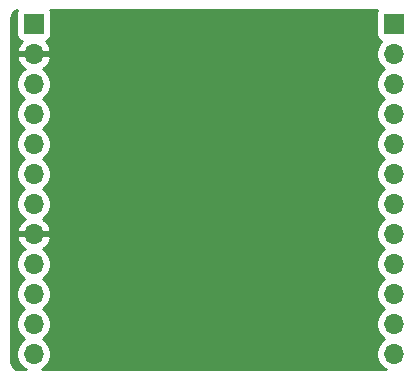
<source format=gbr>
%TF.GenerationSoftware,KiCad,Pcbnew,(5.1.12)-1*%
%TF.CreationDate,2022-06-22T11:17:58+02:00*%
%TF.ProjectId,ai-thinker-vc01,61692d74-6869-46e6-9b65-722d76633031,rev?*%
%TF.SameCoordinates,Original*%
%TF.FileFunction,Copper,L2,Bot*%
%TF.FilePolarity,Positive*%
%FSLAX46Y46*%
G04 Gerber Fmt 4.6, Leading zero omitted, Abs format (unit mm)*
G04 Created by KiCad (PCBNEW (5.1.12)-1) date 2022-06-22 11:17:58*
%MOMM*%
%LPD*%
G01*
G04 APERTURE LIST*
%TA.AperFunction,ComponentPad*%
%ADD10O,1.700000X1.700000*%
%TD*%
%TA.AperFunction,ComponentPad*%
%ADD11R,1.700000X1.700000*%
%TD*%
%TA.AperFunction,Conductor*%
%ADD12C,0.254000*%
%TD*%
%TA.AperFunction,Conductor*%
%ADD13C,0.100000*%
%TD*%
G04 APERTURE END LIST*
D10*
%TO.P,J2,12*%
%TO.N,Net-(J2-Pad12)*%
X149860000Y-104695001D03*
%TO.P,J2,11*%
%TO.N,Net-(J2-Pad11)*%
X149860000Y-102155001D03*
%TO.P,J2,10*%
%TO.N,Net-(J2-Pad10)*%
X149860000Y-99615001D03*
%TO.P,J2,9*%
%TO.N,Net-(J2-Pad9)*%
X149860000Y-97075001D03*
%TO.P,J2,8*%
%TO.N,Net-(J2-Pad8)*%
X149860000Y-94535001D03*
%TO.P,J2,7*%
%TO.N,Net-(J2-Pad7)*%
X149860000Y-91995001D03*
%TO.P,J2,6*%
%TO.N,Net-(J2-Pad6)*%
X149860000Y-89455001D03*
%TO.P,J2,5*%
%TO.N,Net-(J2-Pad5)*%
X149860000Y-86915001D03*
%TO.P,J2,4*%
%TO.N,Net-(J2-Pad4)*%
X149860000Y-84375001D03*
%TO.P,J2,3*%
%TO.N,Net-(J2-Pad3)*%
X149860000Y-81835001D03*
%TO.P,J2,2*%
%TO.N,Net-(J2-Pad2)*%
X149860000Y-79295001D03*
D11*
%TO.P,J2,1*%
%TO.N,Net-(J2-Pad1)*%
X149860000Y-76755001D03*
%TD*%
%TO.P,J1,1*%
%TO.N,Net-(J1-Pad1)*%
X119380000Y-76755001D03*
D10*
%TO.P,J1,2*%
%TO.N,GND*%
X119380000Y-79295001D03*
%TO.P,J1,3*%
%TO.N,Net-(J1-Pad3)*%
X119380000Y-81835001D03*
%TO.P,J1,4*%
%TO.N,Net-(J1-Pad4)*%
X119380000Y-84375001D03*
%TO.P,J1,5*%
%TO.N,Net-(J1-Pad5)*%
X119380000Y-86915001D03*
%TO.P,J1,6*%
%TO.N,Net-(J1-Pad6)*%
X119380000Y-89455001D03*
%TO.P,J1,7*%
%TO.N,Net-(J1-Pad7)*%
X119380000Y-91995001D03*
%TO.P,J1,8*%
%TO.N,GND*%
X119380000Y-94535001D03*
%TO.P,J1,9*%
%TO.N,Net-(J1-Pad9)*%
X119380000Y-97075001D03*
%TO.P,J1,10*%
%TO.N,Net-(J1-Pad10)*%
X119380000Y-99615001D03*
%TO.P,J1,11*%
%TO.N,Net-(J1-Pad11)*%
X119380000Y-102155001D03*
%TO.P,J1,12*%
%TO.N,Net-(J1-Pad12)*%
X119380000Y-104695001D03*
%TD*%
D12*
%TO.N,GND*%
X148420498Y-75660821D02*
X148384188Y-75780519D01*
X148371928Y-75905001D01*
X148371928Y-77605001D01*
X148384188Y-77729483D01*
X148420498Y-77849181D01*
X148479463Y-77959495D01*
X148558815Y-78056186D01*
X148655506Y-78135538D01*
X148765820Y-78194503D01*
X148838380Y-78216514D01*
X148706525Y-78348369D01*
X148544010Y-78591590D01*
X148432068Y-78861843D01*
X148375000Y-79148741D01*
X148375000Y-79441261D01*
X148432068Y-79728159D01*
X148544010Y-79998412D01*
X148706525Y-80241633D01*
X148913368Y-80448476D01*
X149087760Y-80565001D01*
X148913368Y-80681526D01*
X148706525Y-80888369D01*
X148544010Y-81131590D01*
X148432068Y-81401843D01*
X148375000Y-81688741D01*
X148375000Y-81981261D01*
X148432068Y-82268159D01*
X148544010Y-82538412D01*
X148706525Y-82781633D01*
X148913368Y-82988476D01*
X149087760Y-83105001D01*
X148913368Y-83221526D01*
X148706525Y-83428369D01*
X148544010Y-83671590D01*
X148432068Y-83941843D01*
X148375000Y-84228741D01*
X148375000Y-84521261D01*
X148432068Y-84808159D01*
X148544010Y-85078412D01*
X148706525Y-85321633D01*
X148913368Y-85528476D01*
X149087760Y-85645001D01*
X148913368Y-85761526D01*
X148706525Y-85968369D01*
X148544010Y-86211590D01*
X148432068Y-86481843D01*
X148375000Y-86768741D01*
X148375000Y-87061261D01*
X148432068Y-87348159D01*
X148544010Y-87618412D01*
X148706525Y-87861633D01*
X148913368Y-88068476D01*
X149087760Y-88185001D01*
X148913368Y-88301526D01*
X148706525Y-88508369D01*
X148544010Y-88751590D01*
X148432068Y-89021843D01*
X148375000Y-89308741D01*
X148375000Y-89601261D01*
X148432068Y-89888159D01*
X148544010Y-90158412D01*
X148706525Y-90401633D01*
X148913368Y-90608476D01*
X149087760Y-90725001D01*
X148913368Y-90841526D01*
X148706525Y-91048369D01*
X148544010Y-91291590D01*
X148432068Y-91561843D01*
X148375000Y-91848741D01*
X148375000Y-92141261D01*
X148432068Y-92428159D01*
X148544010Y-92698412D01*
X148706525Y-92941633D01*
X148913368Y-93148476D01*
X149087760Y-93265001D01*
X148913368Y-93381526D01*
X148706525Y-93588369D01*
X148544010Y-93831590D01*
X148432068Y-94101843D01*
X148375000Y-94388741D01*
X148375000Y-94681261D01*
X148432068Y-94968159D01*
X148544010Y-95238412D01*
X148706525Y-95481633D01*
X148913368Y-95688476D01*
X149087760Y-95805001D01*
X148913368Y-95921526D01*
X148706525Y-96128369D01*
X148544010Y-96371590D01*
X148432068Y-96641843D01*
X148375000Y-96928741D01*
X148375000Y-97221261D01*
X148432068Y-97508159D01*
X148544010Y-97778412D01*
X148706525Y-98021633D01*
X148913368Y-98228476D01*
X149087760Y-98345001D01*
X148913368Y-98461526D01*
X148706525Y-98668369D01*
X148544010Y-98911590D01*
X148432068Y-99181843D01*
X148375000Y-99468741D01*
X148375000Y-99761261D01*
X148432068Y-100048159D01*
X148544010Y-100318412D01*
X148706525Y-100561633D01*
X148913368Y-100768476D01*
X149087760Y-100885001D01*
X148913368Y-101001526D01*
X148706525Y-101208369D01*
X148544010Y-101451590D01*
X148432068Y-101721843D01*
X148375000Y-102008741D01*
X148375000Y-102301261D01*
X148432068Y-102588159D01*
X148544010Y-102858412D01*
X148706525Y-103101633D01*
X148913368Y-103308476D01*
X149087760Y-103425001D01*
X148913368Y-103541526D01*
X148706525Y-103748369D01*
X148544010Y-103991590D01*
X148432068Y-104261843D01*
X148375000Y-104548741D01*
X148375000Y-104841261D01*
X148432068Y-105128159D01*
X148544010Y-105398412D01*
X148706525Y-105641633D01*
X148913368Y-105848476D01*
X149156589Y-106010991D01*
X149178339Y-106020000D01*
X120061661Y-106020000D01*
X120083411Y-106010991D01*
X120326632Y-105848476D01*
X120533475Y-105641633D01*
X120695990Y-105398412D01*
X120807932Y-105128159D01*
X120865000Y-104841261D01*
X120865000Y-104548741D01*
X120807932Y-104261843D01*
X120695990Y-103991590D01*
X120533475Y-103748369D01*
X120326632Y-103541526D01*
X120152240Y-103425001D01*
X120326632Y-103308476D01*
X120533475Y-103101633D01*
X120695990Y-102858412D01*
X120807932Y-102588159D01*
X120865000Y-102301261D01*
X120865000Y-102008741D01*
X120807932Y-101721843D01*
X120695990Y-101451590D01*
X120533475Y-101208369D01*
X120326632Y-101001526D01*
X120152240Y-100885001D01*
X120326632Y-100768476D01*
X120533475Y-100561633D01*
X120695990Y-100318412D01*
X120807932Y-100048159D01*
X120865000Y-99761261D01*
X120865000Y-99468741D01*
X120807932Y-99181843D01*
X120695990Y-98911590D01*
X120533475Y-98668369D01*
X120326632Y-98461526D01*
X120152240Y-98345001D01*
X120326632Y-98228476D01*
X120533475Y-98021633D01*
X120695990Y-97778412D01*
X120807932Y-97508159D01*
X120865000Y-97221261D01*
X120865000Y-96928741D01*
X120807932Y-96641843D01*
X120695990Y-96371590D01*
X120533475Y-96128369D01*
X120326632Y-95921526D01*
X120144466Y-95799806D01*
X120261355Y-95730179D01*
X120477588Y-95535270D01*
X120651641Y-95301921D01*
X120776825Y-95039100D01*
X120821476Y-94891891D01*
X120700155Y-94662001D01*
X119507000Y-94662001D01*
X119507000Y-94682001D01*
X119253000Y-94682001D01*
X119253000Y-94662001D01*
X118059845Y-94662001D01*
X117938524Y-94891891D01*
X117983175Y-95039100D01*
X118108359Y-95301921D01*
X118282412Y-95535270D01*
X118498645Y-95730179D01*
X118615534Y-95799806D01*
X118433368Y-95921526D01*
X118226525Y-96128369D01*
X118064010Y-96371590D01*
X117952068Y-96641843D01*
X117895000Y-96928741D01*
X117895000Y-97221261D01*
X117952068Y-97508159D01*
X118064010Y-97778412D01*
X118226525Y-98021633D01*
X118433368Y-98228476D01*
X118607760Y-98345001D01*
X118433368Y-98461526D01*
X118226525Y-98668369D01*
X118064010Y-98911590D01*
X117952068Y-99181843D01*
X117895000Y-99468741D01*
X117895000Y-99761261D01*
X117952068Y-100048159D01*
X118064010Y-100318412D01*
X118226525Y-100561633D01*
X118433368Y-100768476D01*
X118607760Y-100885001D01*
X118433368Y-101001526D01*
X118226525Y-101208369D01*
X118064010Y-101451590D01*
X117952068Y-101721843D01*
X117895000Y-102008741D01*
X117895000Y-102301261D01*
X117952068Y-102588159D01*
X118064010Y-102858412D01*
X118226525Y-103101633D01*
X118433368Y-103308476D01*
X118607760Y-103425001D01*
X118433368Y-103541526D01*
X118226525Y-103748369D01*
X118064010Y-103991590D01*
X117952068Y-104261843D01*
X117895000Y-104548741D01*
X117895000Y-104841261D01*
X117952068Y-105128159D01*
X118064010Y-105398412D01*
X118226525Y-105641633D01*
X118433368Y-105848476D01*
X118676589Y-106010991D01*
X118698339Y-106020000D01*
X118142279Y-106020000D01*
X117992131Y-106005278D01*
X117878754Y-105971047D01*
X117774183Y-105915446D01*
X117682405Y-105840594D01*
X117606909Y-105749335D01*
X117550581Y-105645160D01*
X117515560Y-105532024D01*
X117500000Y-105383979D01*
X117500000Y-81688741D01*
X117895000Y-81688741D01*
X117895000Y-81981261D01*
X117952068Y-82268159D01*
X118064010Y-82538412D01*
X118226525Y-82781633D01*
X118433368Y-82988476D01*
X118607760Y-83105001D01*
X118433368Y-83221526D01*
X118226525Y-83428369D01*
X118064010Y-83671590D01*
X117952068Y-83941843D01*
X117895000Y-84228741D01*
X117895000Y-84521261D01*
X117952068Y-84808159D01*
X118064010Y-85078412D01*
X118226525Y-85321633D01*
X118433368Y-85528476D01*
X118607760Y-85645001D01*
X118433368Y-85761526D01*
X118226525Y-85968369D01*
X118064010Y-86211590D01*
X117952068Y-86481843D01*
X117895000Y-86768741D01*
X117895000Y-87061261D01*
X117952068Y-87348159D01*
X118064010Y-87618412D01*
X118226525Y-87861633D01*
X118433368Y-88068476D01*
X118607760Y-88185001D01*
X118433368Y-88301526D01*
X118226525Y-88508369D01*
X118064010Y-88751590D01*
X117952068Y-89021843D01*
X117895000Y-89308741D01*
X117895000Y-89601261D01*
X117952068Y-89888159D01*
X118064010Y-90158412D01*
X118226525Y-90401633D01*
X118433368Y-90608476D01*
X118607760Y-90725001D01*
X118433368Y-90841526D01*
X118226525Y-91048369D01*
X118064010Y-91291590D01*
X117952068Y-91561843D01*
X117895000Y-91848741D01*
X117895000Y-92141261D01*
X117952068Y-92428159D01*
X118064010Y-92698412D01*
X118226525Y-92941633D01*
X118433368Y-93148476D01*
X118615534Y-93270196D01*
X118498645Y-93339823D01*
X118282412Y-93534732D01*
X118108359Y-93768081D01*
X117983175Y-94030902D01*
X117938524Y-94178111D01*
X118059845Y-94408001D01*
X119253000Y-94408001D01*
X119253000Y-94388001D01*
X119507000Y-94388001D01*
X119507000Y-94408001D01*
X120700155Y-94408001D01*
X120821476Y-94178111D01*
X120776825Y-94030902D01*
X120651641Y-93768081D01*
X120477588Y-93534732D01*
X120261355Y-93339823D01*
X120144466Y-93270196D01*
X120326632Y-93148476D01*
X120533475Y-92941633D01*
X120695990Y-92698412D01*
X120807932Y-92428159D01*
X120865000Y-92141261D01*
X120865000Y-91848741D01*
X120807932Y-91561843D01*
X120695990Y-91291590D01*
X120533475Y-91048369D01*
X120326632Y-90841526D01*
X120152240Y-90725001D01*
X120326632Y-90608476D01*
X120533475Y-90401633D01*
X120695990Y-90158412D01*
X120807932Y-89888159D01*
X120865000Y-89601261D01*
X120865000Y-89308741D01*
X120807932Y-89021843D01*
X120695990Y-88751590D01*
X120533475Y-88508369D01*
X120326632Y-88301526D01*
X120152240Y-88185001D01*
X120326632Y-88068476D01*
X120533475Y-87861633D01*
X120695990Y-87618412D01*
X120807932Y-87348159D01*
X120865000Y-87061261D01*
X120865000Y-86768741D01*
X120807932Y-86481843D01*
X120695990Y-86211590D01*
X120533475Y-85968369D01*
X120326632Y-85761526D01*
X120152240Y-85645001D01*
X120326632Y-85528476D01*
X120533475Y-85321633D01*
X120695990Y-85078412D01*
X120807932Y-84808159D01*
X120865000Y-84521261D01*
X120865000Y-84228741D01*
X120807932Y-83941843D01*
X120695990Y-83671590D01*
X120533475Y-83428369D01*
X120326632Y-83221526D01*
X120152240Y-83105001D01*
X120326632Y-82988476D01*
X120533475Y-82781633D01*
X120695990Y-82538412D01*
X120807932Y-82268159D01*
X120865000Y-81981261D01*
X120865000Y-81688741D01*
X120807932Y-81401843D01*
X120695990Y-81131590D01*
X120533475Y-80888369D01*
X120326632Y-80681526D01*
X120144466Y-80559806D01*
X120261355Y-80490179D01*
X120477588Y-80295270D01*
X120651641Y-80061921D01*
X120776825Y-79799100D01*
X120821476Y-79651891D01*
X120700155Y-79422001D01*
X119507000Y-79422001D01*
X119507000Y-79442001D01*
X119253000Y-79442001D01*
X119253000Y-79422001D01*
X118059845Y-79422001D01*
X117938524Y-79651891D01*
X117983175Y-79799100D01*
X118108359Y-80061921D01*
X118282412Y-80295270D01*
X118498645Y-80490179D01*
X118615534Y-80559806D01*
X118433368Y-80681526D01*
X118226525Y-80888369D01*
X118064010Y-81131590D01*
X117952068Y-81401843D01*
X117895000Y-81688741D01*
X117500000Y-81688741D01*
X117500000Y-76232279D01*
X117514722Y-76082131D01*
X117548953Y-75968754D01*
X117604555Y-75864181D01*
X117679407Y-75772404D01*
X117770664Y-75696909D01*
X117874844Y-75640581D01*
X117966479Y-75612214D01*
X117940498Y-75660821D01*
X117904188Y-75780519D01*
X117891928Y-75905001D01*
X117891928Y-77605001D01*
X117904188Y-77729483D01*
X117940498Y-77849181D01*
X117999463Y-77959495D01*
X118078815Y-78056186D01*
X118175506Y-78135538D01*
X118285820Y-78194503D01*
X118366466Y-78218967D01*
X118282412Y-78294732D01*
X118108359Y-78528081D01*
X117983175Y-78790902D01*
X117938524Y-78938111D01*
X118059845Y-79168001D01*
X119253000Y-79168001D01*
X119253000Y-79148001D01*
X119507000Y-79148001D01*
X119507000Y-79168001D01*
X120700155Y-79168001D01*
X120821476Y-78938111D01*
X120776825Y-78790902D01*
X120651641Y-78528081D01*
X120477588Y-78294732D01*
X120393534Y-78218967D01*
X120474180Y-78194503D01*
X120584494Y-78135538D01*
X120681185Y-78056186D01*
X120760537Y-77959495D01*
X120819502Y-77849181D01*
X120855812Y-77729483D01*
X120868072Y-77605001D01*
X120868072Y-75905001D01*
X120855812Y-75780519D01*
X120819502Y-75660821D01*
X120781647Y-75590000D01*
X148458353Y-75590000D01*
X148420498Y-75660821D01*
%TA.AperFunction,Conductor*%
D13*
G36*
X148420498Y-75660821D02*
G01*
X148384188Y-75780519D01*
X148371928Y-75905001D01*
X148371928Y-77605001D01*
X148384188Y-77729483D01*
X148420498Y-77849181D01*
X148479463Y-77959495D01*
X148558815Y-78056186D01*
X148655506Y-78135538D01*
X148765820Y-78194503D01*
X148838380Y-78216514D01*
X148706525Y-78348369D01*
X148544010Y-78591590D01*
X148432068Y-78861843D01*
X148375000Y-79148741D01*
X148375000Y-79441261D01*
X148432068Y-79728159D01*
X148544010Y-79998412D01*
X148706525Y-80241633D01*
X148913368Y-80448476D01*
X149087760Y-80565001D01*
X148913368Y-80681526D01*
X148706525Y-80888369D01*
X148544010Y-81131590D01*
X148432068Y-81401843D01*
X148375000Y-81688741D01*
X148375000Y-81981261D01*
X148432068Y-82268159D01*
X148544010Y-82538412D01*
X148706525Y-82781633D01*
X148913368Y-82988476D01*
X149087760Y-83105001D01*
X148913368Y-83221526D01*
X148706525Y-83428369D01*
X148544010Y-83671590D01*
X148432068Y-83941843D01*
X148375000Y-84228741D01*
X148375000Y-84521261D01*
X148432068Y-84808159D01*
X148544010Y-85078412D01*
X148706525Y-85321633D01*
X148913368Y-85528476D01*
X149087760Y-85645001D01*
X148913368Y-85761526D01*
X148706525Y-85968369D01*
X148544010Y-86211590D01*
X148432068Y-86481843D01*
X148375000Y-86768741D01*
X148375000Y-87061261D01*
X148432068Y-87348159D01*
X148544010Y-87618412D01*
X148706525Y-87861633D01*
X148913368Y-88068476D01*
X149087760Y-88185001D01*
X148913368Y-88301526D01*
X148706525Y-88508369D01*
X148544010Y-88751590D01*
X148432068Y-89021843D01*
X148375000Y-89308741D01*
X148375000Y-89601261D01*
X148432068Y-89888159D01*
X148544010Y-90158412D01*
X148706525Y-90401633D01*
X148913368Y-90608476D01*
X149087760Y-90725001D01*
X148913368Y-90841526D01*
X148706525Y-91048369D01*
X148544010Y-91291590D01*
X148432068Y-91561843D01*
X148375000Y-91848741D01*
X148375000Y-92141261D01*
X148432068Y-92428159D01*
X148544010Y-92698412D01*
X148706525Y-92941633D01*
X148913368Y-93148476D01*
X149087760Y-93265001D01*
X148913368Y-93381526D01*
X148706525Y-93588369D01*
X148544010Y-93831590D01*
X148432068Y-94101843D01*
X148375000Y-94388741D01*
X148375000Y-94681261D01*
X148432068Y-94968159D01*
X148544010Y-95238412D01*
X148706525Y-95481633D01*
X148913368Y-95688476D01*
X149087760Y-95805001D01*
X148913368Y-95921526D01*
X148706525Y-96128369D01*
X148544010Y-96371590D01*
X148432068Y-96641843D01*
X148375000Y-96928741D01*
X148375000Y-97221261D01*
X148432068Y-97508159D01*
X148544010Y-97778412D01*
X148706525Y-98021633D01*
X148913368Y-98228476D01*
X149087760Y-98345001D01*
X148913368Y-98461526D01*
X148706525Y-98668369D01*
X148544010Y-98911590D01*
X148432068Y-99181843D01*
X148375000Y-99468741D01*
X148375000Y-99761261D01*
X148432068Y-100048159D01*
X148544010Y-100318412D01*
X148706525Y-100561633D01*
X148913368Y-100768476D01*
X149087760Y-100885001D01*
X148913368Y-101001526D01*
X148706525Y-101208369D01*
X148544010Y-101451590D01*
X148432068Y-101721843D01*
X148375000Y-102008741D01*
X148375000Y-102301261D01*
X148432068Y-102588159D01*
X148544010Y-102858412D01*
X148706525Y-103101633D01*
X148913368Y-103308476D01*
X149087760Y-103425001D01*
X148913368Y-103541526D01*
X148706525Y-103748369D01*
X148544010Y-103991590D01*
X148432068Y-104261843D01*
X148375000Y-104548741D01*
X148375000Y-104841261D01*
X148432068Y-105128159D01*
X148544010Y-105398412D01*
X148706525Y-105641633D01*
X148913368Y-105848476D01*
X149156589Y-106010991D01*
X149178339Y-106020000D01*
X120061661Y-106020000D01*
X120083411Y-106010991D01*
X120326632Y-105848476D01*
X120533475Y-105641633D01*
X120695990Y-105398412D01*
X120807932Y-105128159D01*
X120865000Y-104841261D01*
X120865000Y-104548741D01*
X120807932Y-104261843D01*
X120695990Y-103991590D01*
X120533475Y-103748369D01*
X120326632Y-103541526D01*
X120152240Y-103425001D01*
X120326632Y-103308476D01*
X120533475Y-103101633D01*
X120695990Y-102858412D01*
X120807932Y-102588159D01*
X120865000Y-102301261D01*
X120865000Y-102008741D01*
X120807932Y-101721843D01*
X120695990Y-101451590D01*
X120533475Y-101208369D01*
X120326632Y-101001526D01*
X120152240Y-100885001D01*
X120326632Y-100768476D01*
X120533475Y-100561633D01*
X120695990Y-100318412D01*
X120807932Y-100048159D01*
X120865000Y-99761261D01*
X120865000Y-99468741D01*
X120807932Y-99181843D01*
X120695990Y-98911590D01*
X120533475Y-98668369D01*
X120326632Y-98461526D01*
X120152240Y-98345001D01*
X120326632Y-98228476D01*
X120533475Y-98021633D01*
X120695990Y-97778412D01*
X120807932Y-97508159D01*
X120865000Y-97221261D01*
X120865000Y-96928741D01*
X120807932Y-96641843D01*
X120695990Y-96371590D01*
X120533475Y-96128369D01*
X120326632Y-95921526D01*
X120144466Y-95799806D01*
X120261355Y-95730179D01*
X120477588Y-95535270D01*
X120651641Y-95301921D01*
X120776825Y-95039100D01*
X120821476Y-94891891D01*
X120700155Y-94662001D01*
X119507000Y-94662001D01*
X119507000Y-94682001D01*
X119253000Y-94682001D01*
X119253000Y-94662001D01*
X118059845Y-94662001D01*
X117938524Y-94891891D01*
X117983175Y-95039100D01*
X118108359Y-95301921D01*
X118282412Y-95535270D01*
X118498645Y-95730179D01*
X118615534Y-95799806D01*
X118433368Y-95921526D01*
X118226525Y-96128369D01*
X118064010Y-96371590D01*
X117952068Y-96641843D01*
X117895000Y-96928741D01*
X117895000Y-97221261D01*
X117952068Y-97508159D01*
X118064010Y-97778412D01*
X118226525Y-98021633D01*
X118433368Y-98228476D01*
X118607760Y-98345001D01*
X118433368Y-98461526D01*
X118226525Y-98668369D01*
X118064010Y-98911590D01*
X117952068Y-99181843D01*
X117895000Y-99468741D01*
X117895000Y-99761261D01*
X117952068Y-100048159D01*
X118064010Y-100318412D01*
X118226525Y-100561633D01*
X118433368Y-100768476D01*
X118607760Y-100885001D01*
X118433368Y-101001526D01*
X118226525Y-101208369D01*
X118064010Y-101451590D01*
X117952068Y-101721843D01*
X117895000Y-102008741D01*
X117895000Y-102301261D01*
X117952068Y-102588159D01*
X118064010Y-102858412D01*
X118226525Y-103101633D01*
X118433368Y-103308476D01*
X118607760Y-103425001D01*
X118433368Y-103541526D01*
X118226525Y-103748369D01*
X118064010Y-103991590D01*
X117952068Y-104261843D01*
X117895000Y-104548741D01*
X117895000Y-104841261D01*
X117952068Y-105128159D01*
X118064010Y-105398412D01*
X118226525Y-105641633D01*
X118433368Y-105848476D01*
X118676589Y-106010991D01*
X118698339Y-106020000D01*
X118142279Y-106020000D01*
X117992131Y-106005278D01*
X117878754Y-105971047D01*
X117774183Y-105915446D01*
X117682405Y-105840594D01*
X117606909Y-105749335D01*
X117550581Y-105645160D01*
X117515560Y-105532024D01*
X117500000Y-105383979D01*
X117500000Y-81688741D01*
X117895000Y-81688741D01*
X117895000Y-81981261D01*
X117952068Y-82268159D01*
X118064010Y-82538412D01*
X118226525Y-82781633D01*
X118433368Y-82988476D01*
X118607760Y-83105001D01*
X118433368Y-83221526D01*
X118226525Y-83428369D01*
X118064010Y-83671590D01*
X117952068Y-83941843D01*
X117895000Y-84228741D01*
X117895000Y-84521261D01*
X117952068Y-84808159D01*
X118064010Y-85078412D01*
X118226525Y-85321633D01*
X118433368Y-85528476D01*
X118607760Y-85645001D01*
X118433368Y-85761526D01*
X118226525Y-85968369D01*
X118064010Y-86211590D01*
X117952068Y-86481843D01*
X117895000Y-86768741D01*
X117895000Y-87061261D01*
X117952068Y-87348159D01*
X118064010Y-87618412D01*
X118226525Y-87861633D01*
X118433368Y-88068476D01*
X118607760Y-88185001D01*
X118433368Y-88301526D01*
X118226525Y-88508369D01*
X118064010Y-88751590D01*
X117952068Y-89021843D01*
X117895000Y-89308741D01*
X117895000Y-89601261D01*
X117952068Y-89888159D01*
X118064010Y-90158412D01*
X118226525Y-90401633D01*
X118433368Y-90608476D01*
X118607760Y-90725001D01*
X118433368Y-90841526D01*
X118226525Y-91048369D01*
X118064010Y-91291590D01*
X117952068Y-91561843D01*
X117895000Y-91848741D01*
X117895000Y-92141261D01*
X117952068Y-92428159D01*
X118064010Y-92698412D01*
X118226525Y-92941633D01*
X118433368Y-93148476D01*
X118615534Y-93270196D01*
X118498645Y-93339823D01*
X118282412Y-93534732D01*
X118108359Y-93768081D01*
X117983175Y-94030902D01*
X117938524Y-94178111D01*
X118059845Y-94408001D01*
X119253000Y-94408001D01*
X119253000Y-94388001D01*
X119507000Y-94388001D01*
X119507000Y-94408001D01*
X120700155Y-94408001D01*
X120821476Y-94178111D01*
X120776825Y-94030902D01*
X120651641Y-93768081D01*
X120477588Y-93534732D01*
X120261355Y-93339823D01*
X120144466Y-93270196D01*
X120326632Y-93148476D01*
X120533475Y-92941633D01*
X120695990Y-92698412D01*
X120807932Y-92428159D01*
X120865000Y-92141261D01*
X120865000Y-91848741D01*
X120807932Y-91561843D01*
X120695990Y-91291590D01*
X120533475Y-91048369D01*
X120326632Y-90841526D01*
X120152240Y-90725001D01*
X120326632Y-90608476D01*
X120533475Y-90401633D01*
X120695990Y-90158412D01*
X120807932Y-89888159D01*
X120865000Y-89601261D01*
X120865000Y-89308741D01*
X120807932Y-89021843D01*
X120695990Y-88751590D01*
X120533475Y-88508369D01*
X120326632Y-88301526D01*
X120152240Y-88185001D01*
X120326632Y-88068476D01*
X120533475Y-87861633D01*
X120695990Y-87618412D01*
X120807932Y-87348159D01*
X120865000Y-87061261D01*
X120865000Y-86768741D01*
X120807932Y-86481843D01*
X120695990Y-86211590D01*
X120533475Y-85968369D01*
X120326632Y-85761526D01*
X120152240Y-85645001D01*
X120326632Y-85528476D01*
X120533475Y-85321633D01*
X120695990Y-85078412D01*
X120807932Y-84808159D01*
X120865000Y-84521261D01*
X120865000Y-84228741D01*
X120807932Y-83941843D01*
X120695990Y-83671590D01*
X120533475Y-83428369D01*
X120326632Y-83221526D01*
X120152240Y-83105001D01*
X120326632Y-82988476D01*
X120533475Y-82781633D01*
X120695990Y-82538412D01*
X120807932Y-82268159D01*
X120865000Y-81981261D01*
X120865000Y-81688741D01*
X120807932Y-81401843D01*
X120695990Y-81131590D01*
X120533475Y-80888369D01*
X120326632Y-80681526D01*
X120144466Y-80559806D01*
X120261355Y-80490179D01*
X120477588Y-80295270D01*
X120651641Y-80061921D01*
X120776825Y-79799100D01*
X120821476Y-79651891D01*
X120700155Y-79422001D01*
X119507000Y-79422001D01*
X119507000Y-79442001D01*
X119253000Y-79442001D01*
X119253000Y-79422001D01*
X118059845Y-79422001D01*
X117938524Y-79651891D01*
X117983175Y-79799100D01*
X118108359Y-80061921D01*
X118282412Y-80295270D01*
X118498645Y-80490179D01*
X118615534Y-80559806D01*
X118433368Y-80681526D01*
X118226525Y-80888369D01*
X118064010Y-81131590D01*
X117952068Y-81401843D01*
X117895000Y-81688741D01*
X117500000Y-81688741D01*
X117500000Y-76232279D01*
X117514722Y-76082131D01*
X117548953Y-75968754D01*
X117604555Y-75864181D01*
X117679407Y-75772404D01*
X117770664Y-75696909D01*
X117874844Y-75640581D01*
X117966479Y-75612214D01*
X117940498Y-75660821D01*
X117904188Y-75780519D01*
X117891928Y-75905001D01*
X117891928Y-77605001D01*
X117904188Y-77729483D01*
X117940498Y-77849181D01*
X117999463Y-77959495D01*
X118078815Y-78056186D01*
X118175506Y-78135538D01*
X118285820Y-78194503D01*
X118366466Y-78218967D01*
X118282412Y-78294732D01*
X118108359Y-78528081D01*
X117983175Y-78790902D01*
X117938524Y-78938111D01*
X118059845Y-79168001D01*
X119253000Y-79168001D01*
X119253000Y-79148001D01*
X119507000Y-79148001D01*
X119507000Y-79168001D01*
X120700155Y-79168001D01*
X120821476Y-78938111D01*
X120776825Y-78790902D01*
X120651641Y-78528081D01*
X120477588Y-78294732D01*
X120393534Y-78218967D01*
X120474180Y-78194503D01*
X120584494Y-78135538D01*
X120681185Y-78056186D01*
X120760537Y-77959495D01*
X120819502Y-77849181D01*
X120855812Y-77729483D01*
X120868072Y-77605001D01*
X120868072Y-75905001D01*
X120855812Y-75780519D01*
X120819502Y-75660821D01*
X120781647Y-75590000D01*
X148458353Y-75590000D01*
X148420498Y-75660821D01*
G37*
%TD.AperFunction*%
%TD*%
M02*

</source>
